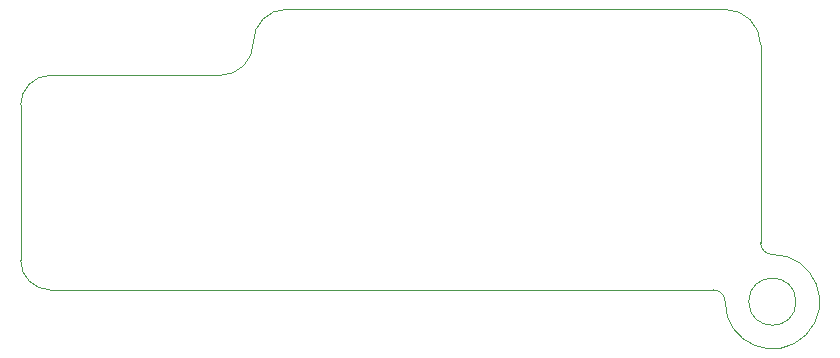
<source format=gbr>
%TF.GenerationSoftware,KiCad,Pcbnew,7.0.7*%
%TF.CreationDate,2023-10-10T08:15:52+02:00*%
%TF.ProjectId,ESPxRF,45535078-5246-42e6-9b69-6361645f7063,rev?*%
%TF.SameCoordinates,Original*%
%TF.FileFunction,Profile,NP*%
%FSLAX46Y46*%
G04 Gerber Fmt 4.6, Leading zero omitted, Abs format (unit mm)*
G04 Created by KiCad (PCBNEW 7.0.7) date 2023-10-10 08:15:52*
%MOMM*%
%LPD*%
G01*
G04 APERTURE LIST*
%TA.AperFunction,Profile*%
%ADD10C,0.100000*%
%TD*%
G04 APERTURE END LIST*
D10*
X148950000Y-62250000D02*
X148950000Y-79000000D01*
X108800000Y-59250000D02*
G75*
G03*
X106000000Y-62050000I0J-2800000D01*
G01*
X103200000Y-64850000D02*
G75*
G03*
X106000000Y-62050000I0J2800000D01*
G01*
X88800000Y-64850000D02*
G75*
G03*
X86300000Y-67350000I0J-2500000D01*
G01*
X88800000Y-64850000D02*
X103200000Y-64850000D01*
X145950000Y-84000000D02*
G75*
G03*
X144950000Y-83000000I-1000000J0D01*
G01*
X148950000Y-62250000D02*
G75*
G03*
X145950000Y-59250000I-3000000J0D01*
G01*
X108800000Y-59250000D02*
X145950000Y-59250000D01*
X151950000Y-84000000D02*
G75*
G03*
X151950000Y-84000000I-2000000J0D01*
G01*
X145950000Y-84000000D02*
G75*
G03*
X149950000Y-80000000I4000000J0D01*
G01*
X88800000Y-83000000D02*
X144950000Y-83000000D01*
X148950000Y-79000000D02*
G75*
G03*
X149950000Y-80000000I1000000J0D01*
G01*
X86300000Y-80500000D02*
G75*
G03*
X88800000Y-83000000I2500000J0D01*
G01*
X86300000Y-67350000D02*
X86300000Y-80500000D01*
M02*

</source>
